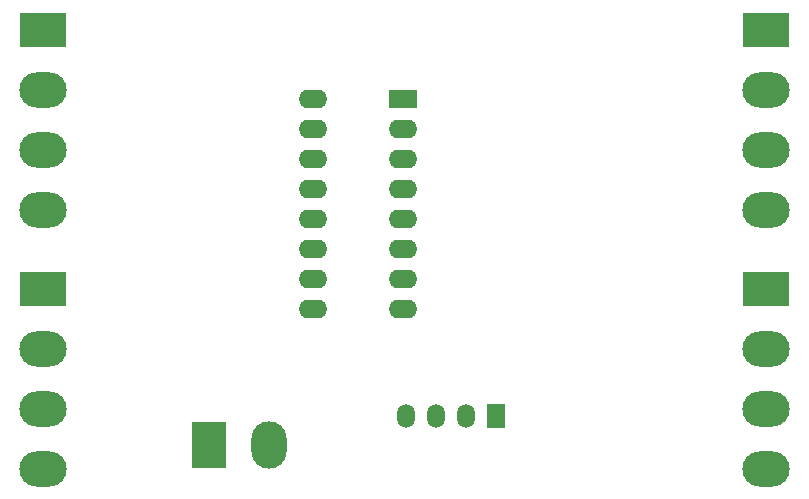
<source format=gbr>
%TF.GenerationSoftware,KiCad,Pcbnew,5.99.0+really5.1.10+dfsg1-1*%
%TF.CreationDate,2021-11-03T18:54:38+11:00*%
%TF.ProjectId,buffer,62756666-6572-42e6-9b69-6361645f7063,rev?*%
%TF.SameCoordinates,PX2faf080PY5f5e100*%
%TF.FileFunction,Soldermask,Top*%
%TF.FilePolarity,Negative*%
%FSLAX46Y46*%
G04 Gerber Fmt 4.6, Leading zero omitted, Abs format (unit mm)*
G04 Created by KiCad (PCBNEW 5.99.0+really5.1.10+dfsg1-1) date 2021-11-03 18:54:38*
%MOMM*%
%LPD*%
G01*
G04 APERTURE LIST*
%ADD10R,1.500000X2.000000*%
%ADD11O,1.500000X2.000000*%
%ADD12O,2.400000X1.600000*%
%ADD13R,2.400000X1.600000*%
%ADD14R,3.000000X4.000000*%
%ADD15O,3.000000X4.000000*%
%ADD16O,4.000000X3.000000*%
%ADD17R,4.000000X3.000000*%
G04 APERTURE END LIST*
D10*
%TO.C,U2*%
X42600000Y7300000D03*
D11*
X40060000Y7300000D03*
X37520000Y7300000D03*
X34980000Y7300000D03*
%TD*%
D12*
%TO.C,U1*%
X27130000Y16350000D03*
D13*
X34750000Y34130000D03*
D12*
X27130000Y18890000D03*
X34750000Y31590000D03*
X27130000Y21430000D03*
X34750000Y29050000D03*
X27130000Y23970000D03*
X34750000Y26510000D03*
X27130000Y26510000D03*
X34750000Y23970000D03*
X27130000Y29050000D03*
X34750000Y21430000D03*
X27130000Y31590000D03*
X34750000Y18890000D03*
X27130000Y34130000D03*
X34750000Y16350000D03*
%TD*%
D14*
%TO.C,J5*%
X18320000Y4800000D03*
D15*
X23400000Y4800000D03*
%TD*%
D16*
%TO.C,J4*%
X4250000Y24760000D03*
D17*
X4250000Y40000000D03*
D16*
X4250000Y29840000D03*
X4250000Y34920000D03*
%TD*%
%TO.C,J3*%
X4250000Y2760000D03*
D17*
X4250000Y18000000D03*
D16*
X4250000Y7840000D03*
X4250000Y12920000D03*
%TD*%
%TO.C,J2*%
X65500000Y24760000D03*
D17*
X65500000Y40000000D03*
D16*
X65500000Y29840000D03*
X65500000Y34920000D03*
%TD*%
%TO.C,J1*%
X65500000Y2760000D03*
D17*
X65500000Y18000000D03*
D16*
X65500000Y7840000D03*
X65500000Y12920000D03*
%TD*%
M02*

</source>
